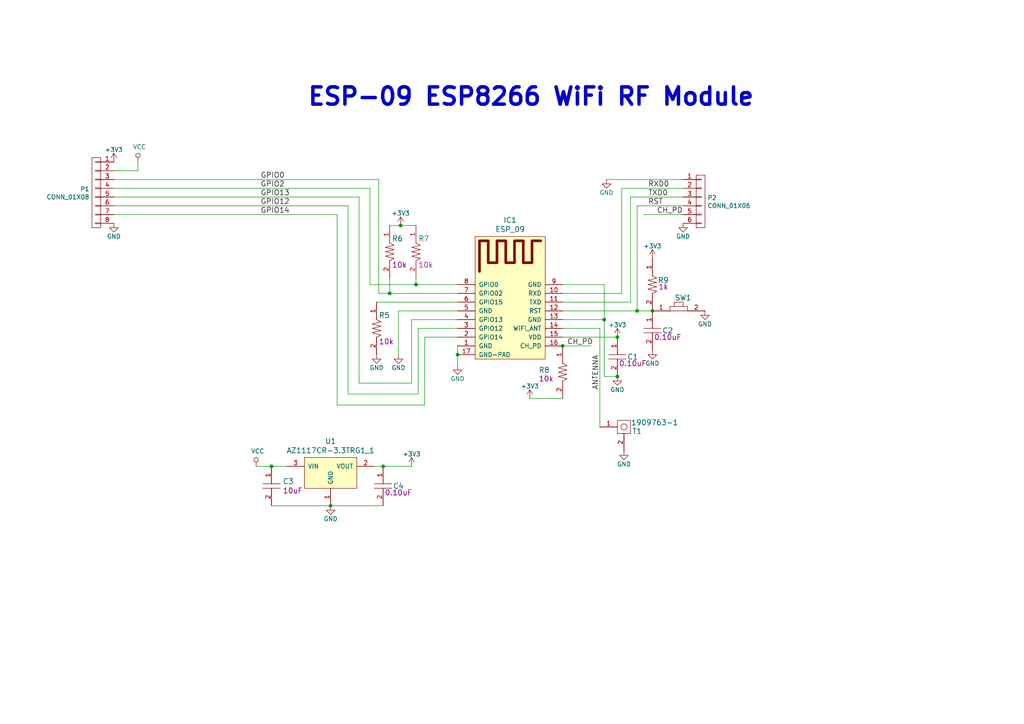
<source format=kicad_sch>
(kicad_sch (version 20230121) (generator eeschema)
  (paper "A4")
  (title_block (title "WiFi ESP8266 ESP-09 Module") (rev "Revision 0.2 Alpha") (company "GhostPCB") (comment 1 "Designed by Adam Vadala-Roth"))
  (lib_symbols
    (symbol "ESP-09-BO-Test-rescue:+3.3V" (power) (pin_names (offset 0))
      (property "Value" "+3.3V" (at 0 3.556 0))
      (symbol "+3.3V_0_1"
        (polyline (pts (xy -0.762 1.27) (xy 0 2.54)))
        (polyline (pts (xy 0 0) (xy 0 2.54)))
        (polyline (pts (xy 0 2.54) (xy 0.762 1.27)))
      )
      (symbol "+3.3V_1_1"
        (pin power_in line (at 0 0 90) (length 0) hide (name "+3V3") (number "1"))
      )
    )
    (symbol "ESP-09-BO-Test-rescue:1909763-1" (pin_names (offset 1.016))
      (property "Reference" "T" (at 3.81 -1.27 0))
      (property "Value" "1909763-1" (at 8.89 1.27 0))
      (symbol "1909763-1_0_1"
        (rectangle (start -1.905 1.905) (end 1.905 -1.905))
        (circle (center 0 0) (radius 0.889))
      )
      (symbol "1909763-1_1_1"
        (pin bidirectional line (at -6.985 0 0) (length 5.08) (name "~") (number "1"))
        (pin bidirectional line (at 0 -6.985 90) (length 5.08) (name "~") (number "2"))
      )
    )
    (symbol "ESP-09-BO-Test-rescue:AZ1117CR-3.3TRG1_1" (pin_names (offset 1.016))
      (property "Reference" "U" (at -6.35 5.08 0))
      (property "Value" "AZ1117CR-3.3TRG1_1" (at 10.16 5.08 0))
      (symbol "AZ1117CR-3.3TRG1_1_0_1"
        (rectangle (start -7.62 3.81) (end 7.62 -5.08) (fill (type background)))
      )
      (symbol "AZ1117CR-3.3TRG1_1_1_1"
        (pin passive line (at 0 -10.16 90) (length 5.08) (name "GND") (number "1"))
        (pin output line (at 12.7 1.27 180) (length 5.08) (name "VOUT") (number "2"))
        (pin input line (at -12.7 1.27 0) (length 5.08) (name "VIN") (number "3"))
      )
    )
    (symbol "ESP-09-BO-Test-rescue:B3U-1000P" (pin_names (offset 1.016))
      (property "Reference" "SW" (at -6.35 2.54 0))
      (symbol "B3U-1000P_0_1"
        (polyline (pts (xy -2.54 -1.27) (xy -2.54 0)))
        (polyline (pts (xy -2.54 0) (xy 2.54 0)))
        (polyline (pts (xy -2.54 -1.27) (xy 2.54 -1.27) (xy 2.54 0)))
        (polyline (pts (xy -1.27 0) (xy -1.27 1.27) (xy 1.27 1.27) (xy 1.27 0)))
      )
      (symbol "B3U-1000P_1_1"
        (pin input line (at -7.62 -1.27 0) (length 5.08) (name "~") (number "1"))
        (pin input line (at 7.62 -1.27 180) (length 5.08) (name "~") (number "2"))
      )
    )
    (symbol "ESP-09-BO-Test-rescue:CL05B104JP5NNNC" (pin_names (offset 1.016))
      (property "Reference" "C" (at -5.08 3.81 0))
      (property "Value" "CL05B104JP5NNNC" (at 1.27 -3.81 0))
      (property "Component-Value" "0.10uF" (at -5.715 -6.35 0))
      (symbol "CL05B104JP5NNNC_0_1"
        (polyline (pts (xy -1.27 2.54) (xy -1.27 -2.54)))
        (polyline (pts (xy 0 2.54) (xy 0 -2.54)))
      )
      (symbol "CL05B104JP5NNNC_1_1"
        (pin input line (at -6.35 0 0) (length 5.08) (name "~") (number "1"))
        (pin input line (at 5.08 0 180) (length 5.08) (name "~") (number "2"))
      )
    )
    (symbol "ESP-09-BO-Test-rescue:CL10A106KQ8NNNC" (pin_names (offset 1.016))
      (property "Reference" "C" (at -5.08 1.27 0))
      (property "Value" "CL10A106KQ8NNNC" (at -7.62 -3.81 0))
      (property "Componen-Value" "10uF" (at -15.875 -5.715 0))
      (symbol "CL10A106KQ8NNNC_0_1"
        (polyline (pts (xy 0 2.54) (xy 0 -2.54)))
        (polyline (pts (xy 1.27 2.54) (xy 1.27 -2.54)))
      )
      (symbol "CL10A106KQ8NNNC_1_1"
        (pin input line (at -5.08 0 0) (length 5.08) (name "~") (number "1"))
        (pin input line (at 6.35 0 180) (length 5.08) (name "~") (number "2"))
      )
    )
    (symbol "ESP-09-BO-Test-rescue:CONN_01X06" (pin_names (offset 1.016) hide)
      (property "Reference" "P" (at 0 8.89 0))
      (property "Value" "CONN_01X06" (at 2.54 0 90))
      (symbol "CONN_01X06_0_1"
        (rectangle (start -1.27 -6.223) (end 0.254 -6.477))
        (rectangle (start -1.27 -3.683) (end 0.254 -3.937))
        (rectangle (start -1.27 -1.143) (end 0.254 -1.397))
        (rectangle (start -1.27 1.397) (end 0.254 1.143))
        (rectangle (start -1.27 3.937) (end 0.254 3.683))
        (rectangle (start -1.27 6.477) (end 0.254 6.223))
        (rectangle (start -1.27 7.62) (end 1.27 -7.62))
      )
      (symbol "CONN_01X06_1_1"
        (pin passive line (at -5.08 6.35 0) (length 3.81) (name "P1") (number "1"))
        (pin passive line (at -5.08 3.81 0) (length 3.81) (name "P2") (number "2"))
        (pin passive line (at -5.08 1.27 0) (length 3.81) (name "P3") (number "3"))
        (pin passive line (at -5.08 -1.27 0) (length 3.81) (name "P4") (number "4"))
        (pin passive line (at -5.08 -3.81 0) (length 3.81) (name "P5") (number "5"))
        (pin passive line (at -5.08 -6.35 0) (length 3.81) (name "P6") (number "6"))
      )
    )
    (symbol "ESP-09-BO-Test-rescue:CONN_01X08" (pin_names (offset 1.016) hide)
      (property "Reference" "P" (at 0 11.43 0))
      (property "Value" "CONN_01X08" (at 2.54 0 90))
      (symbol "CONN_01X08_0_1"
        (rectangle (start -1.27 -10.16) (end 1.27 10.16))
        (rectangle (start -1.27 -8.763) (end 0.254 -9.017))
        (rectangle (start -1.27 -6.223) (end 0.254 -6.477))
        (rectangle (start -1.27 -3.683) (end 0.254 -3.937))
        (rectangle (start -1.27 -1.143) (end 0.254 -1.397))
        (rectangle (start -1.27 1.397) (end 0.254 1.143))
        (rectangle (start -1.27 3.937) (end 0.254 3.683))
        (rectangle (start -1.27 6.477) (end 0.254 6.223))
        (rectangle (start -1.27 9.017) (end 0.254 8.763))
      )
      (symbol "CONN_01X08_1_1"
        (pin passive line (at -5.08 8.89 0) (length 3.81) (name "P1") (number "1"))
        (pin passive line (at -5.08 6.35 0) (length 3.81) (name "P2") (number "2"))
        (pin passive line (at -5.08 3.81 0) (length 3.81) (name "P3") (number "3"))
        (pin passive line (at -5.08 1.27 0) (length 3.81) (name "P4") (number "4"))
        (pin passive line (at -5.08 -1.27 0) (length 3.81) (name "P5") (number "5"))
        (pin passive line (at -5.08 -3.81 0) (length 3.81) (name "P6") (number "6"))
        (pin passive line (at -5.08 -6.35 0) (length 3.81) (name "P7") (number "7"))
        (pin passive line (at -5.08 -8.89 0) (length 3.81) (name "P8") (number "8"))
      )
    )
    (symbol "ESP-09-BO-Test-rescue:ESP_09" (pin_names (offset 1.016))
      (property "Reference" "IC" (at -7.62 25.4 0))
      (property "Value" "ESP_09" (at -6.35 -12.7 0))
      (symbol "ESP_09_0_1"
        (rectangle (start -10.16 24.13) (end 10.16 -11.43) (fill (type background)))
        (polyline (pts (xy -8.89 13.97) (xy -8.89 22.86) (xy -6.35 22.86) (xy -6.35 16.51) (xy -3.81 16.51) (xy -3.81 22.86) (xy -1.27 22.86) (xy -1.27 16.51) (xy 1.27 16.51) (xy 1.27 22.86) (xy 3.81 22.86) (xy 3.81 16.51) (xy 6.35 16.51) (xy 6.35 22.86) (xy 8.89 22.86)) (stroke (width 0.762)))
      )
      (symbol "ESP_09_1_1"
        (pin passive line (at -15.24 -7.62 0) (length 5.08) (name "GND") (number "1"))
        (pin passive line (at 15.24 7.62 180) (length 5.08) (name "RXD") (number "10"))
        (pin passive line (at 15.24 5.08 180) (length 5.08) (name "TXD") (number "11"))
        (pin passive line (at 15.24 2.54 180) (length 5.08) (name "RST") (number "12"))
        (pin passive line (at 15.24 0 180) (length 5.08) (name "GND") (number "13"))
        (pin passive line (at 15.24 -2.54 180) (length 5.08) (name "WiFi_ANT") (number "14"))
        (pin passive line (at 15.24 -5.08 180) (length 5.08) (name "VDD") (number "15"))
        (pin passive line (at 15.24 -7.62 180) (length 5.08) (name "CH_PD") (number "16"))
        (pin input line (at -15.24 -10.16 0) (length 5.08) (name "GND-PAD") (number "17"))
        (pin passive line (at -15.24 -5.08 0) (length 5.08) (name "GPIO14") (number "2"))
        (pin passive line (at -15.24 -2.54 0) (length 5.08) (name "GPIO12") (number "3"))
        (pin passive line (at -15.24 0 0) (length 5.08) (name "GPIO13") (number "4"))
        (pin passive line (at -15.24 2.54 0) (length 5.08) (name "GND") (number "5"))
        (pin passive line (at -15.24 5.08 0) (length 5.08) (name "GPIO15") (number "6"))
        (pin passive line (at -15.24 7.62 0) (length 5.08) (name "GPIO02") (number "7"))
        (pin passive line (at -15.24 10.16 0) (length 5.08) (name "GPIO0") (number "8"))
        (pin passive line (at 15.24 10.16 180) (length 5.08) (name "GND") (number "9"))
      )
    )
    (symbol "ESP-09-BO-Test-rescue:GND" (power) (pin_names (offset 0))
      (property "Value" "GND" (at 0 -3.81 0))
      (symbol "GND_0_1"
        (polyline (pts (xy 0 0) (xy 0 -1.27) (xy 1.27 -1.27) (xy 0 -2.54) (xy -1.27 -1.27) (xy 0 -1.27)))
      )
      (symbol "GND_1_1"
        (pin power_in line (at 0 0 270) (length 0) hide (name "GND") (number "1"))
      )
    )
    (symbol "ESP-09-BO-Test-rescue:RC1005F102CS" (pin_names (offset 1.016))
      (property "Reference" "R" (at -7.62 8.89 0))
      (property "Value" "RC1005F102CS" (at 0 -3.81 0))
      (property "Component-Value" "1k" (at -13.335 -2.54 0))
      (symbol "RC1005F102CS_0_1"
        (polyline (pts (xy -2.54 0) (xy -1.905 1.27) (xy -1.27 -1.27) (xy -0.635 1.27) (xy 0 -1.27) (xy 0.635 1.27) (xy 1.27 -1.27) (xy 1.905 1.27) (xy 2.54 0)))
      )
      (symbol "RC1005F102CS_1_1"
        (pin input line (at -7.62 0 0) (length 5.08) (name "~") (number "1"))
        (pin input line (at 7.62 0 180) (length 5.08) (name "~") (number "2"))
      )
    )
    (symbol "ESP-09-BO-Test-rescue:RC1005F103CS" (pin_names (offset 1.016))
      (property "Reference" "R" (at -7.62 8.89 0))
      (property "Value" "RC1005F103CS" (at 0 -3.81 0))
      (property "Component-Value" "10k" (at -13.97 0 0))
      (symbol "RC1005F103CS_0_1"
        (polyline (pts (xy -2.54 0) (xy -1.905 1.27) (xy -1.27 -1.27) (xy -0.635 1.27) (xy 0 -1.27) (xy 0.635 1.27) (xy 1.27 -1.27) (xy 1.905 1.27) (xy 2.54 0)))
      )
      (symbol "RC1005F103CS_1_1"
        (pin input line (at -7.62 0 0) (length 5.08) (name "~") (number "1"))
        (pin input line (at 7.62 0 180) (length 5.08) (name "~") (number "2"))
      )
    )
    (symbol "ESP-09-BO-Test-rescue:VCC" (power) (pin_names (offset 0))
      (property "Value" "VCC" (at 0 3.81 0))
      (symbol "VCC_0_1"
        (polyline (pts (xy 0 0) (xy 0 1.27)))
        (circle (center 0 1.905) (radius 0.635))
      )
      (symbol "VCC_1_1"
        (pin power_in line (at 0 0 90) (length 0) hide (name "VCC") (number "1"))
      )
    )
  )
  (junction (at 175.26 92.71))
  (junction (at 120.65 82.55))
  (junction (at 95.885 146.685))
  (junction (at 163.195 100.33))
  (junction (at 184.785 90.17))
  (junction (at 179.07 109.22))
  (junction (at 116.205 65.405))
  (junction (at 113.03 85.09))
  (junction (at 132.715 102.87))
  (junction (at 189.23 90.17))
  (junction (at 111.125 135.255))
  (junction (at 78.74 135.255))
  (junction (at 179.07 97.79))
  (wire (pts (xy 163.195 92.71) (xy 175.26 92.71)))
  (wire (pts (xy 109.855 85.09) (xy 109.855 52.07)))
  (wire (pts (xy 180.34 85.09) (xy 180.34 54.61)))
  (wire (pts (xy 175.26 109.22) (xy 179.07 109.22)))
  (wire (pts (xy 107.315 82.55) (xy 120.65 82.55)))
  (wire (pts (xy 119.38 135.255) (xy 111.125 135.255)))
  (wire (pts (xy 100.965 59.69) (xy 33.02 59.69)))
  (wire (pts (xy 120.65 80.645) (xy 120.65 82.55)))
  (wire (pts (xy 107.315 54.61) (xy 33.02 54.61)))
  (wire (pts (xy 132.715 97.79) (xy 123.19 97.79)))
  (wire (pts (xy 175.26 82.55) (xy 175.26 92.71)))
  (wire (pts (xy 163.195 100.33) (xy 171.45 100.33)))
  (wire (pts (xy 104.14 111.125) (xy 119.38 111.125)))
  (wire (pts (xy 78.74 146.685) (xy 95.885 146.685)))
  (wire (pts (xy 163.195 82.55) (xy 175.26 82.55)))
  (wire (pts (xy 74.295 135.255) (xy 78.74 135.255)))
  (wire (pts (xy 113.03 65.405) (xy 116.205 65.405)))
  (wire (pts (xy 180.34 54.61) (xy 198.12 54.61)))
  (wire (pts (xy 113.03 80.645) (xy 113.03 85.09)))
  (wire (pts (xy 97.79 117.475) (xy 97.79 62.23)))
  (wire (pts (xy 186.69 62.23) (xy 198.12 62.23)))
  (wire (pts (xy 111.125 135.255) (xy 108.585 135.255)))
  (wire (pts (xy 33.02 49.53) (xy 40.005 49.53)))
  (wire (pts (xy 182.88 57.15) (xy 198.12 57.15)))
  (wire (pts (xy 107.315 54.61) (xy 107.315 82.55)))
  (wire (pts (xy 153.67 115.57) (xy 163.195 115.57)))
  (wire (pts (xy 78.74 135.255) (xy 83.185 135.255)))
  (wire (pts (xy 163.195 90.17) (xy 184.785 90.17)))
  (wire (pts (xy 123.19 117.475) (xy 97.79 117.475)))
  (wire (pts (xy 184.785 90.17) (xy 189.23 90.17)))
  (wire (pts (xy 132.715 95.25) (xy 121.285 95.25)))
  (wire (pts (xy 119.38 111.125) (xy 119.38 92.71)))
  (wire (pts (xy 132.715 87.63) (xy 109.22 87.63)))
  (wire (pts (xy 163.195 85.09) (xy 180.34 85.09)))
  (wire (pts (xy 198.12 52.07) (xy 175.895 52.07)))
  (wire (pts (xy 119.38 92.71) (xy 132.715 92.71)))
  (wire (pts (xy 109.855 52.07) (xy 33.02 52.07)))
  (wire (pts (xy 115.57 90.17) (xy 115.57 102.87)))
  (wire (pts (xy 163.195 87.63) (xy 182.88 87.63)))
  (wire (pts (xy 116.205 65.405) (xy 120.65 65.405)))
  (wire (pts (xy 198.12 59.69) (xy 184.785 59.69)))
  (wire (pts (xy 95.885 146.685) (xy 111.125 146.685)))
  (wire (pts (xy 100.965 114.3) (xy 100.965 59.69)))
  (wire (pts (xy 132.715 102.87) (xy 132.715 106.045)))
  (wire (pts (xy 104.14 57.15) (xy 33.02 57.15)))
  (wire (pts (xy 113.03 85.09) (xy 132.715 85.09)))
  (wire (pts (xy 132.715 100.33) (xy 132.715 102.87)))
  (wire (pts (xy 123.19 97.79) (xy 123.19 117.475)))
  (wire (pts (xy 182.88 87.63) (xy 182.88 57.15)))
  (wire (pts (xy 184.785 59.69) (xy 184.785 90.17)))
  (wire (pts (xy 163.195 95.25) (xy 173.99 95.25)))
  (wire (pts (xy 132.715 90.17) (xy 115.57 90.17)))
  (wire (pts (xy 121.285 114.3) (xy 100.965 114.3)))
  (wire (pts (xy 175.26 92.71) (xy 175.26 109.22)))
  (wire (pts (xy 97.79 62.23) (xy 33.02 62.23)))
  (wire (pts (xy 120.65 82.55) (xy 132.715 82.55)))
  (wire (pts (xy 173.99 95.25) (xy 173.99 123.825)))
  (wire (pts (xy 109.855 85.09) (xy 113.03 85.09)))
  (wire (pts (xy 121.285 95.25) (xy 121.285 114.3)))
  (wire (pts (xy 163.195 97.79) (xy 179.07 97.79)))
  (wire (pts (xy 104.14 57.15) (xy 104.14 111.125)))
  (wire (pts (xy 40.005 49.53) (xy 40.005 46.99)))
  (text "ESP-09 ESP8266 WiFi RF Module" (at 88.9 31.115 0) (effects (font (size 5.0038 5.0038) (thickness 1.0008) bold) (justify left bottom)))
  (label "GPIO13" (at 75.565 57.15 0) (effects (font (size 1.524 1.524))))
  (label "GPIO14" (at 75.565 62.23 0) (effects (font (size 1.524 1.524))))
  (label "GPIO2" (at 75.565 54.61 0) (effects (font (size 1.524 1.524))))
  (label "GPIO12" (at 75.565 59.69 0) (effects (font (size 1.524 1.524))))
  (label "TXD0" (at 187.96 57.15 0) (effects (font (size 1.524 1.524))))
  (label "GPIO0" (at 75.565 52.07 0) (effects (font (size 1.524 1.524))))
  (label "CH_PD" (at 164.465 100.33 0) (effects (font (size 1.524 1.524))))
  (label "RXD0" (at 187.96 54.61 0) (effects (font (size 1.524 1.524))))
  (label "RST" (at 187.96 59.69 0) (effects (font (size 1.524 1.524))))
  (label "CH_PD" (at 190.5 62.23 0) (effects (font (size 1.524 1.524))))
  (label "ANTENNA" (at 173.99 113.03 90) (effects (font (size 1.524 1.524))))
  (symbol (lib_id "ESP-09-BO-Test-rescue:B3U-1000P") (at 196.85 88.9 0) (unit 1)
    (property "Reference" "SW1" (at 198.12 86.36 0) (effects (font (size 1.524 1.524))))
    (property "Value" "B3U-1000P" (effects hide))
    (property "Footprint" "PCB_Footprints:B3U-1000P" (effects hide))
    (property "Cost" "0" (effects hide))
    (property "Date Created " "6 Sept 2016" (effects hide))
    (property "Date Modified" "6 Sept 2016" (effects hide))
    (property "Designer" "Adam Vadala-Roth" (effects hide))
    (property "Height" "0" (effects hide))
    (property "RHoS?" "Yes" (effects hide))
    (property "MFR" "OMRON" (effects hide))
    (property "MFR#" "B3U-1000P" (effects hide))
    (property "Mounting" "SMT/SMD" (effects hide))
    (property "Pin Count#" "2" (effects hide))
    (property "Status" "Active" (effects hide))
    (property "Tolerance" "%" (effects hide))
    (property "Type" "Switch Momentary" (effects hide))
    (property "Voltage" "50V" (effects hide))
    (property "Wattage" "N/A" (effects hide))
    (property "Component-Value" "N/A" (effects hide))
    (property "Description" "Tactile Switch SPST-NO Top Actuated Surface Mount" (effects hide))
  )
  (symbol (lib_id "ESP-09-BO-Test-rescue:CL05B104JP5NNNC") (at 179.07 104.14 270) (unit 1)
    (property "Reference" "C1" (at 183.515 103.505 90) (effects (font (size 1.524 1.524))))
    (property "Value" "CL05B104JP5NNNC" (effects hide))
    (property "Footprint" "PCB_Footprints:C0402" (effects hide))
    (property "Datasheet" "http://www.samsungsem.com/kr/support/product-search/mlcc/__icsFiles/afieldfile/2016/08/18/S_CL05B104JP5NNNC.pdf" (effects hide))
    (property "Cost" "$0.00903 @ 5000" (effects hide))
    (property "Date Created" "4 Sept 2016" (effects hide))
    (property "Date Modified" "5 Sept 2016" (effects hide))
    (property "Designer" "Adam Vadala-Roth" (effects hide))
    (property "Height" "0.55mm" (effects hide))
    (property "RHoS?" "Yes" (effects hide))
    (property "MFR" "Samsung Electro-Mechanics America, Inc." (effects hide))
    (property "MFR#" "CL05B104JP5NNNC" (effects hide))
    (property "Mounting" "SMT/SMD" (effects hide))
    (property "Pint Count#" "2" (effects hide))
    (property "Status" "Active" (effects hide))
    (property "Tolerance" "5%" (effects hide))
    (property "Type" "Ceramic Capacitor 0402" (effects hide))
    (property "Voltage" "10V" (effects hide))
    (property "Wattage" "N/A" (effects hide))
    (property "Component-Value" "0.10uF" (at 183.515 105.41 90) (effects (font (size 1.524 1.524))))
    (property "Description" "0.10µF 10V Ceramic Capacitor X7R 0402 (1005 Metric) 0.039\" L x 0.020\" W (1.00mm x 0.50mm)" (effects hide))
  )
  (symbol (lib_id "ESP-09-BO-Test-rescue:RC1005F102CS") (at 189.23 82.55 270) (unit 1)
    (property "Reference" "R9" (at 192.405 81.28 90) (effects (font (size 1.524 1.524))))
    (property "Value" "RC1005F102CS" (effects hide))
    (property "Footprint" "PCB_Footprints:R0402" (effects hide))
    (property "Datasheet" "https://media.digikey.com/pdf/Data%20Sheets/Samsung%20PDFs/RC_Series_ds.pdf" (effects hide))
    (property "Cost" "0.00173 @ 5000" (effects hide))
    (property "Date Created" "5 Sept 2016" (effects hide))
    (property "Date Modified" "5 Sept 2016" (effects hide))
    (property "Designer" "Adam Vadala-Roth" (effects hide))
    (property "Height" "0.4mm" (effects hide))
    (property "RHoS?" "Yes" (effects hide))
    (property "MFR" "Samsung Electro-Mechanics America, Inc." (effects hide))
    (property "MFR#" "RC1005F102CS" (effects hide))
    (property "Mounting" "SMT/SMD" (effects hide))
    (property "Pin Count#" "2" (effects hide))
    (property "Status" "Active" (effects hide))
    (property "Tolerance" "%" (effects hide))
    (property "Type" "passive" (effects hide))
    (property "Voltage" "N/A" (effects hide))
    (property "Wattage" "1/16" (effects hide))
    (property "Component-Value" "1k" (at 192.405 83.185 90) (effects (font (size 1.524 1.524))))
    (property "Description" "RES SMD 1K OHM 1% 1/16W 0402" (effects hide))
  )
  (symbol (lib_id "ESP-09-BO-Test-rescue:1909763-1") (at 180.975 123.825 0) (unit 1)
    (property "Reference" "T1" (at 184.785 125.095 0) (effects (font (size 1.524 1.524))))
    (property "Value" "1909763-1" (at 189.865 122.555 0) (effects (font (size 1.524 1.524))))
    (property "Footprint" "PCB_Footprints:1909763-1" (effects hide))
    (property "Datasheet" "https://media.digikey.com/pdf/PCNs/TE%20Connectivity/E-15-016061(2).pdf" (effects hide))
    (property "Cost" "0.24000 @ 5000" (effects hide))
    (property "Date Created" "8 Sept 2016" (effects hide))
    (property "Date Modified" "8 Sept 2016" (effects hide))
    (property "Designer" "Adam Vadala-Roth" (effects hide))
    (property "Height" "1.25mm" (effects hide))
    (property "RHoS?" "Yes" (effects hide))
    (property "MFR" "TE Connectivity AMP Connectors" (effects hide))
    (property "MFR#" "1909763-1" (effects hide))
    (property "Mounting" "SMT/SMD" (effects hide))
    (property "Pin Count#" "2" (effects hide))
    (property "Status" "Active" (effects hide))
    (property "Tolerance" "N/A" (effects hide))
    (property "Type" "Coaxial RF Connector" (effects hide))
    (property "Voltage" "N/A" (effects hide))
    (property "Wattage" "N/A" (effects hide))
    (property "Component-Value" "50 ohm" (effects hide))
    (property "Description" "Ultra Miniature Coaxial Connector Jack, Male Pin 50 Ohm Surface Mount Solder" (effects hide))
  )
  (symbol (lib_id "ESP-09-BO-Test-rescue:GND") (at 179.07 109.22 0) (unit 1)
    (property "Reference" "#PWR01" (effects hide))
    (property "Value" "GND" (at 179.07 113.03 0))
  )
  (symbol (lib_id "ESP-09-BO-Test-rescue:GND") (at 204.47 90.17 0) (unit 1)
    (property "Reference" "#PWR02" (effects hide))
    (property "Value" "GND" (at 204.47 93.98 0))
  )
  (symbol (lib_id "ESP-09-BO-Test-rescue:CL05B104JP5NNNC") (at 189.23 96.52 270) (unit 1)
    (property "Reference" "C2" (at 193.675 95.885 90) (effects (font (size 1.524 1.524))))
    (property "Value" "CL05B104JP5NNNC" (effects hide))
    (property "Footprint" "PCB_Footprints:C0402" (effects hide))
    (property "Datasheet" "http://www.samsungsem.com/kr/support/product-search/mlcc/__icsFiles/afieldfile/2016/08/18/S_CL05B104JP5NNNC.pdf" (effects hide))
    (property "Cost" "$0.00903 @ 5000" (effects hide))
    (property "Date Created" "4 Sept 2016" (effects hide))
    (property "Date Modified" "5 Sept 2016" (effects hide))
    (property "Designer" "Adam Vadala-Roth" (effects hide))
    (property "Height" "0.55mm" (effects hide))
    (property "RHoS?" "Yes" (effects hide))
    (property "MFR" "Samsung Electro-Mechanics America, Inc." (effects hide))
    (property "MFR#" "CL05B104JP5NNNC" (effects hide))
    (property "Mounting" "SMT/SMD" (effects hide))
    (property "Pint Count#" "2" (effects hide))
    (property "Status" "Active" (effects hide))
    (property "Tolerance" "5%" (effects hide))
    (property "Type" "Ceramic Capacitor 0402" (effects hide))
    (property "Voltage" "10V" (effects hide))
    (property "Wattage" "N/A" (effects hide))
    (property "Component-Value" "0.10uF" (at 193.675 97.79 90) (effects (font (size 1.524 1.524))))
    (property "Description" "0.10µF 10V Ceramic Capacitor X7R 0402 (1005 Metric) 0.039\" L x 0.020\" W (1.00mm x 0.50mm)" (effects hide))
  )
  (symbol (lib_id "ESP-09-BO-Test-rescue:GND") (at 189.23 101.6 0) (unit 1)
    (property "Reference" "#PWR03" (effects hide))
    (property "Value" "GND" (at 189.23 105.41 0))
  )
  (symbol (lib_id "ESP-09-BO-Test-rescue:GND") (at 180.975 130.81 0) (unit 1)
    (property "Reference" "#PWR04" (effects hide))
    (property "Value" "GND" (at 180.975 134.62 0))
  )
  (symbol (lib_id "ESP-09-BO-Test-rescue:+3.3V") (at 189.23 74.93 0) (unit 1)
    (property "Reference" "#PWR05" (effects hide))
    (property "Value" "+3.3V" (at 189.23 71.374 0))
  )
  (symbol (lib_id "ESP-09-BO-Test-rescue:GND") (at 109.22 102.87 0) (unit 1)
    (property "Reference" "#PWR06" (effects hide))
    (property "Value" "GND" (at 109.22 106.68 0))
  )
  (symbol (lib_id "ESP-09-BO-Test-rescue:GND") (at 132.715 106.045 0) (unit 1)
    (property "Reference" "#PWR07" (effects hide))
    (property "Value" "GND" (at 132.715 109.855 0))
  )
  (symbol (lib_id "ESP-09-BO-Test-rescue:GND") (at 115.57 102.87 0) (unit 1)
    (property "Reference" "#PWR08" (effects hide))
    (property "Value" "GND" (at 115.57 106.68 0))
  )
  (symbol (lib_id "ESP-09-BO-Test-rescue:+3.3V") (at 116.205 65.405 0) (unit 1)
    (property "Reference" "#PWR09" (effects hide))
    (property "Value" "+3.3V" (at 116.205 61.849 0))
  )
  (symbol (lib_id "ESP-09-BO-Test-rescue:+3.3V") (at 179.07 97.79 0) (unit 1)
    (property "Reference" "#PWR010" (effects hide))
    (property "Value" "+3.3V" (at 179.07 94.234 0))
  )
  (symbol (lib_id "ESP-09-BO-Test-rescue:ESP_09") (at 147.955 92.71 0) (unit 1)
    (property "Reference" "IC1" (at 147.955 63.8302 0) (effects (font (size 1.524 1.524))))
    (property "Value" "ESP_09" (at 147.955 66.5226 0) (effects (font (size 1.524 1.524))))
    (property "Footprint" "PCB_Footprints:ESP-09" (effects hide))
  )
  (symbol (lib_id "ESP-09-BO-Test-rescue:RC1005F103CS") (at 163.195 107.95 270) (unit 1)
    (property "Reference" "R8" (at 156.21 107.315 90) (effects (font (size 1.524 1.524)) (justify left)))
    (property "Value" "RC1005F103CS" (effects hide))
    (property "Footprint" "PCB_Footprints:R0402" (effects hide))
    (property "Datasheet" "https://media.digikey.com/pdf/Data%20Sheets/Samsung%20PDFs/RC_Series_ds.pdf" (effects hide))
    (property "Cost" "0.00173 @ 5000" (effects hide))
    (property "Date Created" "5 Sept 2016" (effects hide))
    (property "Date Modified" "5 Sept 2016" (effects hide))
    (property "Designer" "Adam Vadala-Roth" (effects hide))
    (property "Height" "0.4mm" (effects hide))
    (property "RHoS?" "Yes" (effects hide))
    (property "MFR" "Samsung Electro-Mechanics America, Inc." (effects hide))
    (property "MFR#" "RC1005F103CS" (effects hide))
    (property "Mounting" "SMT/SMD" (effects hide))
    (property "Pin Count#" "2" (effects hide))
    (property "Status" "Active" (effects hide))
    (property "Tolerance" "1%" (effects hide))
    (property "Type" "passive" (effects hide))
    (property "Voltage" "N/A" (effects hide))
    (property "Wattage" "1/16" (effects hide))
    (property "Component-Value" "10k" (at 156.21 109.855 90) (effects (font (size 1.524 1.524)) (justify left)))
    (property "Description" "RES SMD 10K OHM 1% 1/16W 0402" (effects hide))
  )
  (symbol (lib_id "ESP-09-BO-Test-rescue:+3.3V") (at 153.67 115.57 0) (unit 1)
    (property "Reference" "#PWR011" (effects hide))
    (property "Value" "+3.3V" (at 153.67 112.014 0))
  )
  (symbol (lib_id "ESP-09-BO-Test-rescue:RC1005F103CS") (at 113.03 73.025 270) (unit 1)
    (property "Reference" "R6" (at 113.665 69.215 90) (effects (font (size 1.524 1.524)) (justify left)))
    (property "Value" "RC1005F103CS" (effects hide))
    (property "Footprint" "PCB_Footprints:R0402" (effects hide))
    (property "Datasheet" "https://media.digikey.com/pdf/Data%20Sheets/Samsung%20PDFs/RC_Series_ds.pdf" (effects hide))
    (property "Cost" "0.00173 @ 5000" (effects hide))
    (property "Date Created" "5 Sept 2016" (effects hide))
    (property "Date Modified" "5 Sept 2016" (effects hide))
    (property "Designer" "Adam Vadala-Roth" (effects hide))
    (property "Height" "0.4mm" (effects hide))
    (property "RHoS?" "Yes" (effects hide))
    (property "MFR" "Samsung Electro-Mechanics America, Inc." (effects hide))
    (property "MFR#" "RC1005F103CS" (effects hide))
    (property "Mounting" "SMT/SMD" (effects hide))
    (property "Pin Count#" "2" (effects hide))
    (property "Status" "Active" (effects hide))
    (property "Tolerance" "1%" (effects hide))
    (property "Type" "passive" (effects hide))
    (property "Voltage" "N/A" (effects hide))
    (property "Wattage" "1/16" (effects hide))
    (property "Component-Value" "10k" (at 113.665 76.835 90) (effects (font (size 1.524 1.524)) (justify left)))
    (property "Description" "RES SMD 10K OHM 1% 1/16W 0402" (effects hide))
  )
  (symbol (lib_id "ESP-09-BO-Test-rescue:RC1005F103CS") (at 120.65 73.025 270) (unit 1)
    (property "Reference" "R7" (at 121.285 69.215 90) (effects (font (size 1.524 1.524)) (justify left)))
    (property "Value" "RC1005F103CS" (effects hide))
    (property "Footprint" "PCB_Footprints:R0402" (effects hide))
    (property "Datasheet" "https://media.digikey.com/pdf/Data%20Sheets/Samsung%20PDFs/RC_Series_ds.pdf" (effects hide))
    (property "Cost" "0.00173 @ 5000" (effects hide))
    (property "Date Created" "5 Sept 2016" (effects hide))
    (property "Date Modified" "5 Sept 2016" (effects hide))
    (property "Designer" "Adam Vadala-Roth" (effects hide))
    (property "Height" "0.4mm" (effects hide))
    (property "RHoS?" "Yes" (effects hide))
    (property "MFR" "Samsung Electro-Mechanics America, Inc." (effects hide))
    (property "MFR#" "RC1005F103CS" (effects hide))
    (property "Mounting" "SMT/SMD" (effects hide))
    (property "Pin Count#" "2" (effects hide))
    (property "Status" "Active" (effects hide))
    (property "Tolerance" "1%" (effects hide))
    (property "Type" "passive" (effects hide))
    (property "Voltage" "N/A" (effects hide))
    (property "Wattage" "1/16" (effects hide))
    (property "Component-Value" "10k" (at 121.285 76.835 90) (effects (font (size 1.524 1.524)) (justify left)))
    (property "Description" "RES SMD 10K OHM 1% 1/16W 0402" (effects hide))
  )
  (symbol (lib_id "ESP-09-BO-Test-rescue:RC1005F103CS") (at 109.22 95.25 270) (unit 1)
    (property "Reference" "R5" (at 109.855 91.44 90) (effects (font (size 1.524 1.524)) (justify left)))
    (property "Value" "RC1005F103CS" (effects hide))
    (property "Footprint" "PCB_Footprints:R0402" (effects hide))
    (property "Datasheet" "https://media.digikey.com/pdf/Data%20Sheets/Samsung%20PDFs/RC_Series_ds.pdf" (effects hide))
    (property "Cost" "0.00173 @ 5000" (effects hide))
    (property "Date Created" "5 Sept 2016" (effects hide))
    (property "Date Modified" "5 Sept 2016" (effects hide))
    (property "Designer" "Adam Vadala-Roth" (effects hide))
    (property "Height" "0.4mm" (effects hide))
    (property "RHoS?" "Yes" (effects hide))
    (property "MFR" "Samsung Electro-Mechanics America, Inc." (effects hide))
    (property "MFR#" "RC1005F103CS" (effects hide))
    (property "Mounting" "SMT/SMD" (effects hide))
    (property "Pin Count#" "2" (effects hide))
    (property "Status" "Active" (effects hide))
    (property "Tolerance" "1%" (effects hide))
    (property "Type" "passive" (effects hide))
    (property "Voltage" "N/A" (effects hide))
    (property "Wattage" "1/16" (effects hide))
    (property "Component-Value" "10k" (at 109.855 99.06 90) (effects (font (size 1.524 1.524)) (justify left)))
    (property "Description" "RES SMD 10K OHM 1% 1/16W 0402" (effects hide))
  )
  (symbol (lib_id "ESP-09-BO-Test-rescue:CONN_01X08") (at 27.94 55.88 0) (mirror y) (unit 1)
    (property "Reference" "P1" (at 25.9588 54.8386 0) (effects (justify left)))
    (property "Value" "CONN_01X08" (at 25.9588 57.15 0) (effects (justify left)))
    (property "Footprint" "Pin_Headers:Pin_Header_Straight_1x08" (effects hide))
  )
  (symbol (lib_id "ESP-09-BO-Test-rescue:GND") (at 33.02 64.77 0) (unit 1)
    (property "Reference" "#PWR012" (effects hide))
    (property "Value" "GND" (at 33.02 68.58 0))
  )
  (symbol (lib_id "ESP-09-BO-Test-rescue:CONN_01X06") (at 203.2 58.42 0) (unit 1)
    (property "Reference" "P2" (at 205.1812 57.3786 0) (effects (justify left)))
    (property "Value" "CONN_01X06" (at 205.1812 59.69 0) (effects (justify left)))
    (property "Footprint" "Pin_Headers:Pin_Header_Straight_1x06" (effects hide))
  )
  (symbol (lib_id "ESP-09-BO-Test-rescue:GND") (at 198.12 64.77 0) (unit 1)
    (property "Reference" "#PWR013" (effects hide))
    (property "Value" "GND" (at 198.12 68.58 0))
  )
  (symbol (lib_id "ESP-09-BO-Test-rescue:GND") (at 175.895 52.07 0) (unit 1)
    (property "Reference" "#PWR014" (effects hide))
    (property "Value" "GND" (at 175.895 55.88 0))
  )
  (symbol (lib_id "ESP-09-BO-Test-rescue:AZ1117CR-3.3TRG1_1") (at 95.885 136.525 0) (unit 1)
    (property "Reference" "U1" (at 95.885 127.9652 0) (effects (font (size 1.524 1.524))))
    (property "Value" "AZ1117CR-3.3TRG1_1" (at 95.885 130.6576 0) (effects (font (size 1.524 1.524))))
    (property "Footprint" "PCB_Footprints:AZ1117CR-3.3TRG1" (effects hide))
    (property "Cost" "0.08330 @ 5000" (effects hide))
    (property "Date Created" "19 Aug 2016" (effects hide))
    (property "Date Modified" "19 Aug 2016" (effects hide))
    (property "Designer" "Adam Vadala-Roth" (effects hide))
    (property "Height" "1.6mm" (effects hide))
    (property "RHoS?" "Yes" (effects hide))
    (property "MFR" "Diodes Inc" (effects hide))
    (property "MFR#" "AZ1117CR-3.3TRG1" (effects hide))
    (property "Mounting" "SMT/SMD" (effects hide))
    (property "Pin Count#" "4" (effects hide))
    (property "Status" "Active" (effects hide))
    (property "Tolerance" "N/A" (effects hide))
    (property "Type" "LDO Linear DC Voltage Regulator" (effects hide))
    (property "Voltage" "3.7V input 3.3V Output" (effects hide))
    (property "Wattage" "N/A" (effects hide))
    (property "Component-Value" "N/A" (effects hide))
    (property "Description" "Linear Voltage Regulator IC Positive Fixed 1 Output 3.3V 800mA SOT-89" (effects hide))
  )
  (symbol (lib_id "ESP-09-BO-Test-rescue:GND") (at 95.885 146.685 0) (unit 1)
    (property "Reference" "#PWR015" (effects hide))
    (property "Value" "GND" (at 95.885 150.495 0))
  )
  (symbol (lib_id "ESP-09-BO-Test-rescue:+3.3V") (at 119.38 135.255 0) (unit 1)
    (property "Reference" "#PWR016" (effects hide))
    (property "Value" "+3.3V" (at 119.38 131.699 0))
  )
  (symbol (lib_id "ESP-09-BO-Test-rescue:+3.3V") (at 33.02 46.99 0) (unit 1)
    (property "Reference" "#PWR017" (effects hide))
    (property "Value" "+3.3V" (at 33.02 43.434 0))
  )
  (symbol (lib_id "ESP-09-BO-Test-rescue:VCC") (at 40.005 46.99 0) (unit 1)
    (property "Reference" "#PWR018" (effects hide))
    (property "Value" "VCC" (at 40.4368 42.5958 0))
  )
  (symbol (lib_id "ESP-09-BO-Test-rescue:VCC") (at 74.295 135.255 0) (unit 1)
    (property "Reference" "#PWR019" (effects hide))
    (property "Value" "VCC" (at 74.7268 130.8608 0))
  )
  (symbol (lib_id "ESP-09-BO-Test-rescue:CL05B104JP5NNNC") (at 111.125 141.605 270) (unit 1)
    (property "Reference" "C4" (at 115.57 140.97 90) (effects (font (size 1.524 1.524))))
    (property "Value" "CL05B104JP5NNNC" (effects hide))
    (property "Footprint" "PCB_Footprints:C0402" (effects hide))
    (property "Datasheet" "http://www.samsungsem.com/kr/support/product-search/mlcc/__icsFiles/afieldfile/2016/08/18/S_CL05B104JP5NNNC.pdf" (effects hide))
    (property "Cost" "$0.00903 @ 5000" (effects hide))
    (property "Date Created" "4 Sept 2016" (effects hide))
    (property "Date Modified" "5 Sept 2016" (effects hide))
    (property "Designer" "Adam Vadala-Roth" (effects hide))
    (property "Height" "0.55mm" (effects hide))
    (property "RHoS?" "Yes" (effects hide))
    (property "MFR" "Samsung Electro-Mechanics America, Inc." (effects hide))
    (property "MFR#" "CL05B104JP5NNNC" (effects hide))
    (property "Mounting" "SMT/SMD" (effects hide))
    (property "Pint Count#" "2" (effects hide))
    (property "Status" "Active" (effects hide))
    (property "Tolerance" "5%" (effects hide))
    (property "Type" "Ceramic Capacitor 0402" (effects hide))
    (property "Voltage" "10V" (effects hide))
    (property "Wattage" "N/A" (effects hide))
    (property "Component-Value" "0.10uF" (at 115.57 142.875 90) (effects (font (size 1.524 1.524))))
    (property "Description" "0.10µF 10V Ceramic Capacitor X7R 0402 (1005 Metric) 0.039\" L x 0.020\" W (1.00mm x 0.50mm)" (effects hide))
  )
  (symbol (lib_id "ESP-09-BO-Test-rescue:CL10A106KQ8NNNC") (at 78.74 140.335 270) (unit 1)
    (property "Reference" "C3" (at 81.9912 139.6238 90) (effects (font (size 1.524 1.524)) (justify left)))
    (property "Value" "CL10A106KQ8NNNC" (effects hide))
    (property "Footprint" "PCB_Footprints:C0603" (effects hide))
    (property "Datasheet" "http://www.samsungsem.com/kr/support/product-search/mlcc/__icsFiles/afieldfile/2016/08/18/S_CL10A106KQ8NNNC.pdf" (effects hide))
    (property "Cost" "0.05145 @ 4000" (effects hide))
    (property "Date Created" "5 Sept 2016" (effects hide))
    (property "Date Modifed" "5 Sept 2016" (effects hide))
    (property "Designer" "Adam Vadala-Roth" (effects hide))
    (property "Height" "0.90mm" (effects hide))
    (property "RHoS?" "Yes" (effects hide))
    (property "MFR" "Samsung Electro-Mechanics America, Inc." (effects hide))
    (property "MFR#" "CL10A106KQ8NNNC" (effects hide))
    (property "Mounting" "SMT/SMD" (effects hide))
    (property "Pin Count#" "2" (effects hide))
    (property "Status" "Active" (effects hide))
    (property "Tolerance" "10%" (effects hide))
    (property "Type" "Ceramic Capacitor 0603" (effects hide))
    (property "Voltage" "6.3V" (effects hide))
    (property "Wattage" "N/A" (effects hide))
    (property "Componen-Value" "10uF" (at 81.9912 142.3162 90) (effects (font (size 1.524 1.524)) (justify left)))
    (property "Description" "10µF 6.3V Ceramic Capacitor X5R 0603 (1608 Metric) 0.063\" L x 0.031\" W (1.60mm x 0.80mm)" (effects hide))
  )
)
</source>
